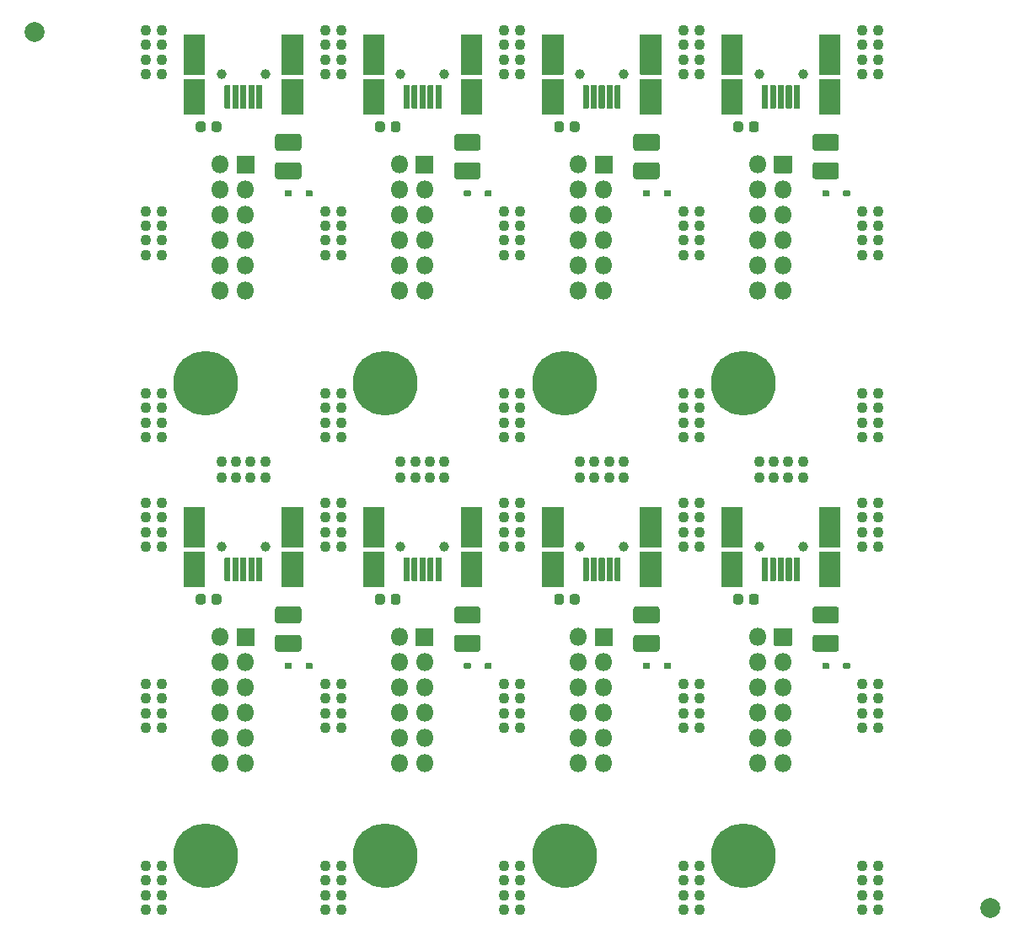
<source format=gts>
G04 #@! TF.GenerationSoftware,KiCad,Pcbnew,(5.99.0-1907-g1c46bf195)*
G04 #@! TF.CreationDate,2020-10-23T20:38:11+00:00*
G04 #@! TF.ProjectId,USB PMOD Panelised,55534220-504d-44f4-9420-50616e656c69,rev?*
G04 #@! TF.SameCoordinates,Original*
G04 #@! TF.FileFunction,Soldermask,Top*
G04 #@! TF.FilePolarity,Negative*
%FSLAX46Y46*%
G04 Gerber Fmt 4.6, Leading zero omitted, Abs format (unit mm)*
G04 Created by KiCad (PCBNEW (5.99.0-1907-g1c46bf195)) date 2020-10-23 20:38:11*
%MOMM*%
%LPD*%
G01*
G04 APERTURE LIST*
%ADD10C,2.000000*%
%ADD11C,1.000000*%
%ADD12C,1.100000*%
%ADD13C,0.900000*%
%ADD14C,6.500000*%
%ADD15O,1.800000X1.800000*%
G04 APERTURE END LIST*
D10*
G04 #@! TO.C,REF\u002A\u002A*
X174300000Y-128550000D03*
G04 #@! TD*
G04 #@! TO.C,REF\u002A\u002A*
X78300000Y-40550000D03*
G04 #@! TD*
G04 #@! TO.C,J1*
G36*
G01*
X149400000Y-44850000D02*
X147350000Y-44850000D01*
G75*
G02*
X147300000Y-44800000I0J50000D01*
G01*
X147300000Y-40800000D01*
G75*
G02*
X147350000Y-40750000I50000J0D01*
G01*
X149400000Y-40750000D01*
G75*
G02*
X149450000Y-40800000I0J-50000D01*
G01*
X149450000Y-44800000D01*
G75*
G02*
X149400000Y-44850000I-50000J0D01*
G01*
G37*
G36*
G01*
X159250000Y-44850000D02*
X157200000Y-44850000D01*
G75*
G02*
X157150000Y-44800000I0J50000D01*
G01*
X157150000Y-40800000D01*
G75*
G02*
X157200000Y-40750000I50000J0D01*
G01*
X159250000Y-40750000D01*
G75*
G02*
X159300000Y-40800000I0J-50000D01*
G01*
X159300000Y-44800000D01*
G75*
G02*
X159250000Y-44850000I-50000J0D01*
G01*
G37*
G36*
G01*
X149400000Y-48850000D02*
X147350000Y-48850000D01*
G75*
G02*
X147300000Y-48800000I0J50000D01*
G01*
X147300000Y-45300000D01*
G75*
G02*
X147350000Y-45250000I50000J0D01*
G01*
X149400000Y-45250000D01*
G75*
G02*
X149450000Y-45300000I0J-50000D01*
G01*
X149450000Y-48800000D01*
G75*
G02*
X149400000Y-48850000I-50000J0D01*
G01*
G37*
G36*
G01*
X159250000Y-48850000D02*
X157200000Y-48850000D01*
G75*
G02*
X157150000Y-48800000I0J50000D01*
G01*
X157150000Y-45300000D01*
G75*
G02*
X157200000Y-45250000I50000J0D01*
G01*
X159250000Y-45250000D01*
G75*
G02*
X159300000Y-45300000I0J-50000D01*
G01*
X159300000Y-48800000D01*
G75*
G02*
X159250000Y-48850000I-50000J0D01*
G01*
G37*
D11*
X155500000Y-44750000D03*
X151100000Y-44750000D03*
G36*
G01*
X151400000Y-48175000D02*
X151400000Y-45925000D01*
G75*
G02*
X151450000Y-45875000I50000J0D01*
G01*
X151950000Y-45875000D01*
G75*
G02*
X152000000Y-45925000I0J-50000D01*
G01*
X152000000Y-48175000D01*
G75*
G02*
X151950000Y-48225000I-50000J0D01*
G01*
X151450000Y-48225000D01*
G75*
G02*
X151400000Y-48175000I0J50000D01*
G01*
G37*
G36*
G01*
X152200000Y-48175000D02*
X152200000Y-45925000D01*
G75*
G02*
X152250000Y-45875000I50000J0D01*
G01*
X152750000Y-45875000D01*
G75*
G02*
X152800000Y-45925000I0J-50000D01*
G01*
X152800000Y-48175000D01*
G75*
G02*
X152750000Y-48225000I-50000J0D01*
G01*
X152250000Y-48225000D01*
G75*
G02*
X152200000Y-48175000I0J50000D01*
G01*
G37*
G36*
G01*
X153000000Y-48175000D02*
X153000000Y-45925000D01*
G75*
G02*
X153050000Y-45875000I50000J0D01*
G01*
X153550000Y-45875000D01*
G75*
G02*
X153600000Y-45925000I0J-50000D01*
G01*
X153600000Y-48175000D01*
G75*
G02*
X153550000Y-48225000I-50000J0D01*
G01*
X153050000Y-48225000D01*
G75*
G02*
X153000000Y-48175000I0J50000D01*
G01*
G37*
G36*
G01*
X153800000Y-48175000D02*
X153800000Y-45925000D01*
G75*
G02*
X153850000Y-45875000I50000J0D01*
G01*
X154350000Y-45875000D01*
G75*
G02*
X154400000Y-45925000I0J-50000D01*
G01*
X154400000Y-48175000D01*
G75*
G02*
X154350000Y-48225000I-50000J0D01*
G01*
X153850000Y-48225000D01*
G75*
G02*
X153800000Y-48175000I0J50000D01*
G01*
G37*
G36*
G01*
X154600000Y-48175000D02*
X154600000Y-45925000D01*
G75*
G02*
X154650000Y-45875000I50000J0D01*
G01*
X155150000Y-45875000D01*
G75*
G02*
X155200000Y-45925000I0J-50000D01*
G01*
X155200000Y-48175000D01*
G75*
G02*
X155150000Y-48225000I-50000J0D01*
G01*
X154650000Y-48225000D01*
G75*
G02*
X154600000Y-48175000I0J50000D01*
G01*
G37*
G04 #@! TD*
D12*
G04 #@! TO.C,REF\u002A\u002A*
X109100000Y-87850000D03*
X109100000Y-89316667D03*
X109100000Y-90783333D03*
X107500000Y-87850000D03*
X107500000Y-89316667D03*
X107500000Y-90783333D03*
X109100000Y-92250000D03*
X107500000Y-92250000D03*
G04 #@! TD*
G04 #@! TO.C,REF\u002A\u002A*
X91100000Y-87850000D03*
X91100000Y-89316667D03*
X91100000Y-90783333D03*
X89500000Y-87850000D03*
X89500000Y-89316667D03*
X89500000Y-90783333D03*
X91100000Y-92250000D03*
X89500000Y-92250000D03*
G04 #@! TD*
G04 #@! TO.C,REF\u002A\u002A*
X163100000Y-106050000D03*
X163100000Y-107516667D03*
X163100000Y-108983333D03*
X161500000Y-106050000D03*
X161500000Y-107516667D03*
X161500000Y-108983333D03*
X163100000Y-110450000D03*
X161500000Y-110450000D03*
G04 #@! TD*
G04 #@! TO.C,REF\u002A\u002A*
X163100000Y-58550000D03*
X163100000Y-60016667D03*
X163100000Y-61483333D03*
X161500000Y-58550000D03*
X161500000Y-60016667D03*
X161500000Y-61483333D03*
X163100000Y-62950000D03*
X161500000Y-62950000D03*
G04 #@! TD*
G04 #@! TO.C,REF\u002A\u002A*
X127100000Y-58550000D03*
X127100000Y-60016667D03*
X127100000Y-61483333D03*
X125500000Y-58550000D03*
X125500000Y-60016667D03*
X125500000Y-61483333D03*
X127100000Y-62950000D03*
X125500000Y-62950000D03*
G04 #@! TD*
G04 #@! TO.C,REF\u002A\u002A*
X163100000Y-124350000D03*
X163100000Y-125816667D03*
X163100000Y-127283333D03*
X161500000Y-124350000D03*
X161500000Y-125816667D03*
X161500000Y-127283333D03*
X163100000Y-128750000D03*
X161500000Y-128750000D03*
G04 #@! TD*
G04 #@! TO.C,REF\u002A\u002A*
X109100000Y-124350000D03*
X109100000Y-125816667D03*
X109100000Y-127283333D03*
X107500000Y-124350000D03*
X107500000Y-125816667D03*
X107500000Y-127283333D03*
X109100000Y-128750000D03*
X107500000Y-128750000D03*
G04 #@! TD*
G04 #@! TO.C,REF\u002A\u002A*
X163100000Y-76850000D03*
X163100000Y-78316667D03*
X163100000Y-79783333D03*
X161500000Y-76850000D03*
X161500000Y-78316667D03*
X161500000Y-79783333D03*
X163100000Y-81250000D03*
X161500000Y-81250000D03*
G04 #@! TD*
G04 #@! TO.C,REF\u002A\u002A*
X145100000Y-124350000D03*
X145100000Y-125816667D03*
X145100000Y-127283333D03*
X143500000Y-124350000D03*
X143500000Y-125816667D03*
X143500000Y-127283333D03*
X145100000Y-128750000D03*
X143500000Y-128750000D03*
G04 #@! TD*
G04 #@! TO.C,REF\u002A\u002A*
X127100000Y-124350000D03*
X127100000Y-125816667D03*
X127100000Y-127283333D03*
X125500000Y-124350000D03*
X125500000Y-125816667D03*
X125500000Y-127283333D03*
X127100000Y-128750000D03*
X125500000Y-128750000D03*
G04 #@! TD*
G04 #@! TO.C,REF\u002A\u002A*
X91100000Y-124350000D03*
X91100000Y-125816667D03*
X91100000Y-127283333D03*
X89500000Y-124350000D03*
X89500000Y-125816667D03*
X89500000Y-127283333D03*
X91100000Y-128750000D03*
X89500000Y-128750000D03*
G04 #@! TD*
G04 #@! TO.C,REF\u002A\u002A*
X145100000Y-76850000D03*
X145100000Y-78316667D03*
X145100000Y-79783333D03*
X143500000Y-76850000D03*
X143500000Y-78316667D03*
X143500000Y-79783333D03*
X145100000Y-81250000D03*
X143500000Y-81250000D03*
G04 #@! TD*
G04 #@! TO.C,REF\u002A\u002A*
X127100000Y-76850000D03*
X127100000Y-78316667D03*
X127100000Y-79783333D03*
X125500000Y-76850000D03*
X125500000Y-78316667D03*
X125500000Y-79783333D03*
X127100000Y-81250000D03*
X125500000Y-81250000D03*
G04 #@! TD*
G04 #@! TO.C,REF\u002A\u002A*
X109100000Y-76850000D03*
X109100000Y-78316667D03*
X109100000Y-79783333D03*
X107500000Y-76850000D03*
X107500000Y-78316667D03*
X107500000Y-79783333D03*
X109100000Y-81250000D03*
X107500000Y-81250000D03*
G04 #@! TD*
G04 #@! TO.C,REF\u002A\u002A*
X145100000Y-106050000D03*
X145100000Y-107516667D03*
X145100000Y-108983333D03*
X143500000Y-106050000D03*
X143500000Y-107516667D03*
X143500000Y-108983333D03*
X145100000Y-110450000D03*
X143500000Y-110450000D03*
G04 #@! TD*
G04 #@! TO.C,REF\u002A\u002A*
X127100000Y-106050000D03*
X127100000Y-107516667D03*
X127100000Y-108983333D03*
X125500000Y-106050000D03*
X125500000Y-107516667D03*
X125500000Y-108983333D03*
X127100000Y-110450000D03*
X125500000Y-110450000D03*
G04 #@! TD*
G04 #@! TO.C,REF\u002A\u002A*
X109100000Y-106050000D03*
X109100000Y-107516667D03*
X109100000Y-108983333D03*
X107500000Y-106050000D03*
X107500000Y-107516667D03*
X107500000Y-108983333D03*
X109100000Y-110450000D03*
X107500000Y-110450000D03*
G04 #@! TD*
G04 #@! TO.C,REF\u002A\u002A*
X91100000Y-106050000D03*
X91100000Y-107516667D03*
X91100000Y-108983333D03*
X89500000Y-106050000D03*
X89500000Y-107516667D03*
X89500000Y-108983333D03*
X91100000Y-110450000D03*
X89500000Y-110450000D03*
G04 #@! TD*
G04 #@! TO.C,REF\u002A\u002A*
X145100000Y-58550000D03*
X145100000Y-60016667D03*
X145100000Y-61483333D03*
X143500000Y-58550000D03*
X143500000Y-60016667D03*
X143500000Y-61483333D03*
X145100000Y-62950000D03*
X143500000Y-62950000D03*
G04 #@! TD*
G04 #@! TO.C,REF\u002A\u002A*
X109100000Y-58550000D03*
X109100000Y-60016667D03*
X109100000Y-61483333D03*
X107500000Y-58550000D03*
X107500000Y-60016667D03*
X107500000Y-61483333D03*
X109100000Y-62950000D03*
X107500000Y-62950000D03*
G04 #@! TD*
G04 #@! TO.C,REF\u002A\u002A*
X151100000Y-83750000D03*
X152566667Y-83750000D03*
X154033333Y-83750000D03*
X151100000Y-85350000D03*
X152566667Y-85350000D03*
X154033333Y-85350000D03*
X155500000Y-83750000D03*
X155500000Y-85350000D03*
G04 #@! TD*
G04 #@! TO.C,REF\u002A\u002A*
X133100000Y-83750000D03*
X134566667Y-83750000D03*
X136033333Y-83750000D03*
X133100000Y-85350000D03*
X134566667Y-85350000D03*
X136033333Y-85350000D03*
X137500000Y-83750000D03*
X137500000Y-85350000D03*
G04 #@! TD*
G04 #@! TO.C,REF\u002A\u002A*
X115100000Y-83750000D03*
X116566667Y-83750000D03*
X118033333Y-83750000D03*
X115100000Y-85350000D03*
X116566667Y-85350000D03*
X118033333Y-85350000D03*
X119500000Y-83750000D03*
X119500000Y-85350000D03*
G04 #@! TD*
G04 #@! TO.C,REF\u002A\u002A*
X163100000Y-87850000D03*
X163100000Y-89316667D03*
X163100000Y-90783333D03*
X161500000Y-87850000D03*
X161500000Y-89316667D03*
X161500000Y-90783333D03*
X163100000Y-92250000D03*
X161500000Y-92250000D03*
G04 #@! TD*
G04 #@! TO.C,REF\u002A\u002A*
X145100000Y-87850000D03*
X145100000Y-89316667D03*
X145100000Y-90783333D03*
X143500000Y-87850000D03*
X143500000Y-89316667D03*
X143500000Y-90783333D03*
X145100000Y-92250000D03*
X143500000Y-92250000D03*
G04 #@! TD*
G04 #@! TO.C,REF\u002A\u002A*
X127100000Y-87850000D03*
X127100000Y-89316667D03*
X127100000Y-90783333D03*
X125500000Y-87850000D03*
X125500000Y-89316667D03*
X125500000Y-90783333D03*
X127100000Y-92250000D03*
X125500000Y-92250000D03*
G04 #@! TD*
G04 #@! TO.C,REF\u002A\u002A*
X163100000Y-40350000D03*
X163100000Y-41816667D03*
X163100000Y-43283333D03*
X161500000Y-40350000D03*
X161500000Y-41816667D03*
X161500000Y-43283333D03*
X163100000Y-44750000D03*
X161500000Y-44750000D03*
G04 #@! TD*
G04 #@! TO.C,REF\u002A\u002A*
X145100000Y-40350000D03*
X145100000Y-41816667D03*
X145100000Y-43283333D03*
X143500000Y-40350000D03*
X143500000Y-41816667D03*
X143500000Y-43283333D03*
X145100000Y-44750000D03*
X143500000Y-44750000D03*
G04 #@! TD*
G04 #@! TO.C,REF\u002A\u002A*
X127100000Y-40350000D03*
X127100000Y-41816667D03*
X127100000Y-43283333D03*
X125500000Y-40350000D03*
X125500000Y-41816667D03*
X125500000Y-43283333D03*
X127100000Y-44750000D03*
X125500000Y-44750000D03*
G04 #@! TD*
G04 #@! TO.C,J1*
G36*
G01*
X149400000Y-92350000D02*
X147350000Y-92350000D01*
G75*
G02*
X147300000Y-92300000I0J50000D01*
G01*
X147300000Y-88300000D01*
G75*
G02*
X147350000Y-88250000I50000J0D01*
G01*
X149400000Y-88250000D01*
G75*
G02*
X149450000Y-88300000I0J-50000D01*
G01*
X149450000Y-92300000D01*
G75*
G02*
X149400000Y-92350000I-50000J0D01*
G01*
G37*
G36*
G01*
X159250000Y-92350000D02*
X157200000Y-92350000D01*
G75*
G02*
X157150000Y-92300000I0J50000D01*
G01*
X157150000Y-88300000D01*
G75*
G02*
X157200000Y-88250000I50000J0D01*
G01*
X159250000Y-88250000D01*
G75*
G02*
X159300000Y-88300000I0J-50000D01*
G01*
X159300000Y-92300000D01*
G75*
G02*
X159250000Y-92350000I-50000J0D01*
G01*
G37*
G36*
G01*
X149400000Y-96350000D02*
X147350000Y-96350000D01*
G75*
G02*
X147300000Y-96300000I0J50000D01*
G01*
X147300000Y-92800000D01*
G75*
G02*
X147350000Y-92750000I50000J0D01*
G01*
X149400000Y-92750000D01*
G75*
G02*
X149450000Y-92800000I0J-50000D01*
G01*
X149450000Y-96300000D01*
G75*
G02*
X149400000Y-96350000I-50000J0D01*
G01*
G37*
G36*
G01*
X159250000Y-96350000D02*
X157200000Y-96350000D01*
G75*
G02*
X157150000Y-96300000I0J50000D01*
G01*
X157150000Y-92800000D01*
G75*
G02*
X157200000Y-92750000I50000J0D01*
G01*
X159250000Y-92750000D01*
G75*
G02*
X159300000Y-92800000I0J-50000D01*
G01*
X159300000Y-96300000D01*
G75*
G02*
X159250000Y-96350000I-50000J0D01*
G01*
G37*
D11*
X155500000Y-92250000D03*
X151100000Y-92250000D03*
G36*
G01*
X151400000Y-95675000D02*
X151400000Y-93425000D01*
G75*
G02*
X151450000Y-93375000I50000J0D01*
G01*
X151950000Y-93375000D01*
G75*
G02*
X152000000Y-93425000I0J-50000D01*
G01*
X152000000Y-95675000D01*
G75*
G02*
X151950000Y-95725000I-50000J0D01*
G01*
X151450000Y-95725000D01*
G75*
G02*
X151400000Y-95675000I0J50000D01*
G01*
G37*
G36*
G01*
X152200000Y-95675000D02*
X152200000Y-93425000D01*
G75*
G02*
X152250000Y-93375000I50000J0D01*
G01*
X152750000Y-93375000D01*
G75*
G02*
X152800000Y-93425000I0J-50000D01*
G01*
X152800000Y-95675000D01*
G75*
G02*
X152750000Y-95725000I-50000J0D01*
G01*
X152250000Y-95725000D01*
G75*
G02*
X152200000Y-95675000I0J50000D01*
G01*
G37*
G36*
G01*
X153000000Y-95675000D02*
X153000000Y-93425000D01*
G75*
G02*
X153050000Y-93375000I50000J0D01*
G01*
X153550000Y-93375000D01*
G75*
G02*
X153600000Y-93425000I0J-50000D01*
G01*
X153600000Y-95675000D01*
G75*
G02*
X153550000Y-95725000I-50000J0D01*
G01*
X153050000Y-95725000D01*
G75*
G02*
X153000000Y-95675000I0J50000D01*
G01*
G37*
G36*
G01*
X153800000Y-95675000D02*
X153800000Y-93425000D01*
G75*
G02*
X153850000Y-93375000I50000J0D01*
G01*
X154350000Y-93375000D01*
G75*
G02*
X154400000Y-93425000I0J-50000D01*
G01*
X154400000Y-95675000D01*
G75*
G02*
X154350000Y-95725000I-50000J0D01*
G01*
X153850000Y-95725000D01*
G75*
G02*
X153800000Y-95675000I0J50000D01*
G01*
G37*
G36*
G01*
X154600000Y-95675000D02*
X154600000Y-93425000D01*
G75*
G02*
X154650000Y-93375000I50000J0D01*
G01*
X155150000Y-93375000D01*
G75*
G02*
X155200000Y-93425000I0J-50000D01*
G01*
X155200000Y-95675000D01*
G75*
G02*
X155150000Y-95725000I-50000J0D01*
G01*
X154650000Y-95725000D01*
G75*
G02*
X154600000Y-95675000I0J50000D01*
G01*
G37*
G04 #@! TD*
G04 #@! TO.C,J1*
G36*
G01*
X131400000Y-92350000D02*
X129350000Y-92350000D01*
G75*
G02*
X129300000Y-92300000I0J50000D01*
G01*
X129300000Y-88300000D01*
G75*
G02*
X129350000Y-88250000I50000J0D01*
G01*
X131400000Y-88250000D01*
G75*
G02*
X131450000Y-88300000I0J-50000D01*
G01*
X131450000Y-92300000D01*
G75*
G02*
X131400000Y-92350000I-50000J0D01*
G01*
G37*
G36*
G01*
X141250000Y-92350000D02*
X139200000Y-92350000D01*
G75*
G02*
X139150000Y-92300000I0J50000D01*
G01*
X139150000Y-88300000D01*
G75*
G02*
X139200000Y-88250000I50000J0D01*
G01*
X141250000Y-88250000D01*
G75*
G02*
X141300000Y-88300000I0J-50000D01*
G01*
X141300000Y-92300000D01*
G75*
G02*
X141250000Y-92350000I-50000J0D01*
G01*
G37*
G36*
G01*
X131400000Y-96350000D02*
X129350000Y-96350000D01*
G75*
G02*
X129300000Y-96300000I0J50000D01*
G01*
X129300000Y-92800000D01*
G75*
G02*
X129350000Y-92750000I50000J0D01*
G01*
X131400000Y-92750000D01*
G75*
G02*
X131450000Y-92800000I0J-50000D01*
G01*
X131450000Y-96300000D01*
G75*
G02*
X131400000Y-96350000I-50000J0D01*
G01*
G37*
G36*
G01*
X141250000Y-96350000D02*
X139200000Y-96350000D01*
G75*
G02*
X139150000Y-96300000I0J50000D01*
G01*
X139150000Y-92800000D01*
G75*
G02*
X139200000Y-92750000I50000J0D01*
G01*
X141250000Y-92750000D01*
G75*
G02*
X141300000Y-92800000I0J-50000D01*
G01*
X141300000Y-96300000D01*
G75*
G02*
X141250000Y-96350000I-50000J0D01*
G01*
G37*
X137500000Y-92250000D03*
X133100000Y-92250000D03*
G36*
G01*
X133400000Y-95675000D02*
X133400000Y-93425000D01*
G75*
G02*
X133450000Y-93375000I50000J0D01*
G01*
X133950000Y-93375000D01*
G75*
G02*
X134000000Y-93425000I0J-50000D01*
G01*
X134000000Y-95675000D01*
G75*
G02*
X133950000Y-95725000I-50000J0D01*
G01*
X133450000Y-95725000D01*
G75*
G02*
X133400000Y-95675000I0J50000D01*
G01*
G37*
G36*
G01*
X134200000Y-95675000D02*
X134200000Y-93425000D01*
G75*
G02*
X134250000Y-93375000I50000J0D01*
G01*
X134750000Y-93375000D01*
G75*
G02*
X134800000Y-93425000I0J-50000D01*
G01*
X134800000Y-95675000D01*
G75*
G02*
X134750000Y-95725000I-50000J0D01*
G01*
X134250000Y-95725000D01*
G75*
G02*
X134200000Y-95675000I0J50000D01*
G01*
G37*
G36*
G01*
X135000000Y-95675000D02*
X135000000Y-93425000D01*
G75*
G02*
X135050000Y-93375000I50000J0D01*
G01*
X135550000Y-93375000D01*
G75*
G02*
X135600000Y-93425000I0J-50000D01*
G01*
X135600000Y-95675000D01*
G75*
G02*
X135550000Y-95725000I-50000J0D01*
G01*
X135050000Y-95725000D01*
G75*
G02*
X135000000Y-95675000I0J50000D01*
G01*
G37*
G36*
G01*
X135800000Y-95675000D02*
X135800000Y-93425000D01*
G75*
G02*
X135850000Y-93375000I50000J0D01*
G01*
X136350000Y-93375000D01*
G75*
G02*
X136400000Y-93425000I0J-50000D01*
G01*
X136400000Y-95675000D01*
G75*
G02*
X136350000Y-95725000I-50000J0D01*
G01*
X135850000Y-95725000D01*
G75*
G02*
X135800000Y-95675000I0J50000D01*
G01*
G37*
G36*
G01*
X136600000Y-95675000D02*
X136600000Y-93425000D01*
G75*
G02*
X136650000Y-93375000I50000J0D01*
G01*
X137150000Y-93375000D01*
G75*
G02*
X137200000Y-93425000I0J-50000D01*
G01*
X137200000Y-95675000D01*
G75*
G02*
X137150000Y-95725000I-50000J0D01*
G01*
X136650000Y-95725000D01*
G75*
G02*
X136600000Y-95675000I0J50000D01*
G01*
G37*
G04 #@! TD*
G04 #@! TO.C,J1*
G36*
G01*
X113400000Y-92350000D02*
X111350000Y-92350000D01*
G75*
G02*
X111300000Y-92300000I0J50000D01*
G01*
X111300000Y-88300000D01*
G75*
G02*
X111350000Y-88250000I50000J0D01*
G01*
X113400000Y-88250000D01*
G75*
G02*
X113450000Y-88300000I0J-50000D01*
G01*
X113450000Y-92300000D01*
G75*
G02*
X113400000Y-92350000I-50000J0D01*
G01*
G37*
G36*
G01*
X123250000Y-92350000D02*
X121200000Y-92350000D01*
G75*
G02*
X121150000Y-92300000I0J50000D01*
G01*
X121150000Y-88300000D01*
G75*
G02*
X121200000Y-88250000I50000J0D01*
G01*
X123250000Y-88250000D01*
G75*
G02*
X123300000Y-88300000I0J-50000D01*
G01*
X123300000Y-92300000D01*
G75*
G02*
X123250000Y-92350000I-50000J0D01*
G01*
G37*
G36*
G01*
X113400000Y-96350000D02*
X111350000Y-96350000D01*
G75*
G02*
X111300000Y-96300000I0J50000D01*
G01*
X111300000Y-92800000D01*
G75*
G02*
X111350000Y-92750000I50000J0D01*
G01*
X113400000Y-92750000D01*
G75*
G02*
X113450000Y-92800000I0J-50000D01*
G01*
X113450000Y-96300000D01*
G75*
G02*
X113400000Y-96350000I-50000J0D01*
G01*
G37*
G36*
G01*
X123250000Y-96350000D02*
X121200000Y-96350000D01*
G75*
G02*
X121150000Y-96300000I0J50000D01*
G01*
X121150000Y-92800000D01*
G75*
G02*
X121200000Y-92750000I50000J0D01*
G01*
X123250000Y-92750000D01*
G75*
G02*
X123300000Y-92800000I0J-50000D01*
G01*
X123300000Y-96300000D01*
G75*
G02*
X123250000Y-96350000I-50000J0D01*
G01*
G37*
X119500000Y-92250000D03*
X115100000Y-92250000D03*
G36*
G01*
X115400000Y-95675000D02*
X115400000Y-93425000D01*
G75*
G02*
X115450000Y-93375000I50000J0D01*
G01*
X115950000Y-93375000D01*
G75*
G02*
X116000000Y-93425000I0J-50000D01*
G01*
X116000000Y-95675000D01*
G75*
G02*
X115950000Y-95725000I-50000J0D01*
G01*
X115450000Y-95725000D01*
G75*
G02*
X115400000Y-95675000I0J50000D01*
G01*
G37*
G36*
G01*
X116200000Y-95675000D02*
X116200000Y-93425000D01*
G75*
G02*
X116250000Y-93375000I50000J0D01*
G01*
X116750000Y-93375000D01*
G75*
G02*
X116800000Y-93425000I0J-50000D01*
G01*
X116800000Y-95675000D01*
G75*
G02*
X116750000Y-95725000I-50000J0D01*
G01*
X116250000Y-95725000D01*
G75*
G02*
X116200000Y-95675000I0J50000D01*
G01*
G37*
G36*
G01*
X117000000Y-95675000D02*
X117000000Y-93425000D01*
G75*
G02*
X117050000Y-93375000I50000J0D01*
G01*
X117550000Y-93375000D01*
G75*
G02*
X117600000Y-93425000I0J-50000D01*
G01*
X117600000Y-95675000D01*
G75*
G02*
X117550000Y-95725000I-50000J0D01*
G01*
X117050000Y-95725000D01*
G75*
G02*
X117000000Y-95675000I0J50000D01*
G01*
G37*
G36*
G01*
X117800000Y-95675000D02*
X117800000Y-93425000D01*
G75*
G02*
X117850000Y-93375000I50000J0D01*
G01*
X118350000Y-93375000D01*
G75*
G02*
X118400000Y-93425000I0J-50000D01*
G01*
X118400000Y-95675000D01*
G75*
G02*
X118350000Y-95725000I-50000J0D01*
G01*
X117850000Y-95725000D01*
G75*
G02*
X117800000Y-95675000I0J50000D01*
G01*
G37*
G36*
G01*
X118600000Y-95675000D02*
X118600000Y-93425000D01*
G75*
G02*
X118650000Y-93375000I50000J0D01*
G01*
X119150000Y-93375000D01*
G75*
G02*
X119200000Y-93425000I0J-50000D01*
G01*
X119200000Y-95675000D01*
G75*
G02*
X119150000Y-95725000I-50000J0D01*
G01*
X118650000Y-95725000D01*
G75*
G02*
X118600000Y-95675000I0J50000D01*
G01*
G37*
G04 #@! TD*
G04 #@! TO.C,J1*
G36*
G01*
X95400000Y-92350000D02*
X93350000Y-92350000D01*
G75*
G02*
X93300000Y-92300000I0J50000D01*
G01*
X93300000Y-88300000D01*
G75*
G02*
X93350000Y-88250000I50000J0D01*
G01*
X95400000Y-88250000D01*
G75*
G02*
X95450000Y-88300000I0J-50000D01*
G01*
X95450000Y-92300000D01*
G75*
G02*
X95400000Y-92350000I-50000J0D01*
G01*
G37*
G36*
G01*
X105250000Y-92350000D02*
X103200000Y-92350000D01*
G75*
G02*
X103150000Y-92300000I0J50000D01*
G01*
X103150000Y-88300000D01*
G75*
G02*
X103200000Y-88250000I50000J0D01*
G01*
X105250000Y-88250000D01*
G75*
G02*
X105300000Y-88300000I0J-50000D01*
G01*
X105300000Y-92300000D01*
G75*
G02*
X105250000Y-92350000I-50000J0D01*
G01*
G37*
G36*
G01*
X95400000Y-96350000D02*
X93350000Y-96350000D01*
G75*
G02*
X93300000Y-96300000I0J50000D01*
G01*
X93300000Y-92800000D01*
G75*
G02*
X93350000Y-92750000I50000J0D01*
G01*
X95400000Y-92750000D01*
G75*
G02*
X95450000Y-92800000I0J-50000D01*
G01*
X95450000Y-96300000D01*
G75*
G02*
X95400000Y-96350000I-50000J0D01*
G01*
G37*
G36*
G01*
X105250000Y-96350000D02*
X103200000Y-96350000D01*
G75*
G02*
X103150000Y-96300000I0J50000D01*
G01*
X103150000Y-92800000D01*
G75*
G02*
X103200000Y-92750000I50000J0D01*
G01*
X105250000Y-92750000D01*
G75*
G02*
X105300000Y-92800000I0J-50000D01*
G01*
X105300000Y-96300000D01*
G75*
G02*
X105250000Y-96350000I-50000J0D01*
G01*
G37*
X101500000Y-92250000D03*
X97100000Y-92250000D03*
G36*
G01*
X97400000Y-95675000D02*
X97400000Y-93425000D01*
G75*
G02*
X97450000Y-93375000I50000J0D01*
G01*
X97950000Y-93375000D01*
G75*
G02*
X98000000Y-93425000I0J-50000D01*
G01*
X98000000Y-95675000D01*
G75*
G02*
X97950000Y-95725000I-50000J0D01*
G01*
X97450000Y-95725000D01*
G75*
G02*
X97400000Y-95675000I0J50000D01*
G01*
G37*
G36*
G01*
X98200000Y-95675000D02*
X98200000Y-93425000D01*
G75*
G02*
X98250000Y-93375000I50000J0D01*
G01*
X98750000Y-93375000D01*
G75*
G02*
X98800000Y-93425000I0J-50000D01*
G01*
X98800000Y-95675000D01*
G75*
G02*
X98750000Y-95725000I-50000J0D01*
G01*
X98250000Y-95725000D01*
G75*
G02*
X98200000Y-95675000I0J50000D01*
G01*
G37*
G36*
G01*
X99000000Y-95675000D02*
X99000000Y-93425000D01*
G75*
G02*
X99050000Y-93375000I50000J0D01*
G01*
X99550000Y-93375000D01*
G75*
G02*
X99600000Y-93425000I0J-50000D01*
G01*
X99600000Y-95675000D01*
G75*
G02*
X99550000Y-95725000I-50000J0D01*
G01*
X99050000Y-95725000D01*
G75*
G02*
X99000000Y-95675000I0J50000D01*
G01*
G37*
G36*
G01*
X99800000Y-95675000D02*
X99800000Y-93425000D01*
G75*
G02*
X99850000Y-93375000I50000J0D01*
G01*
X100350000Y-93375000D01*
G75*
G02*
X100400000Y-93425000I0J-50000D01*
G01*
X100400000Y-95675000D01*
G75*
G02*
X100350000Y-95725000I-50000J0D01*
G01*
X99850000Y-95725000D01*
G75*
G02*
X99800000Y-95675000I0J50000D01*
G01*
G37*
G36*
G01*
X100600000Y-95675000D02*
X100600000Y-93425000D01*
G75*
G02*
X100650000Y-93375000I50000J0D01*
G01*
X101150000Y-93375000D01*
G75*
G02*
X101200000Y-93425000I0J-50000D01*
G01*
X101200000Y-95675000D01*
G75*
G02*
X101150000Y-95725000I-50000J0D01*
G01*
X100650000Y-95725000D01*
G75*
G02*
X100600000Y-95675000I0J50000D01*
G01*
G37*
G04 #@! TD*
G04 #@! TO.C,J1*
G36*
G01*
X131400000Y-44850000D02*
X129350000Y-44850000D01*
G75*
G02*
X129300000Y-44800000I0J50000D01*
G01*
X129300000Y-40800000D01*
G75*
G02*
X129350000Y-40750000I50000J0D01*
G01*
X131400000Y-40750000D01*
G75*
G02*
X131450000Y-40800000I0J-50000D01*
G01*
X131450000Y-44800000D01*
G75*
G02*
X131400000Y-44850000I-50000J0D01*
G01*
G37*
G36*
G01*
X141250000Y-44850000D02*
X139200000Y-44850000D01*
G75*
G02*
X139150000Y-44800000I0J50000D01*
G01*
X139150000Y-40800000D01*
G75*
G02*
X139200000Y-40750000I50000J0D01*
G01*
X141250000Y-40750000D01*
G75*
G02*
X141300000Y-40800000I0J-50000D01*
G01*
X141300000Y-44800000D01*
G75*
G02*
X141250000Y-44850000I-50000J0D01*
G01*
G37*
G36*
G01*
X131400000Y-48850000D02*
X129350000Y-48850000D01*
G75*
G02*
X129300000Y-48800000I0J50000D01*
G01*
X129300000Y-45300000D01*
G75*
G02*
X129350000Y-45250000I50000J0D01*
G01*
X131400000Y-45250000D01*
G75*
G02*
X131450000Y-45300000I0J-50000D01*
G01*
X131450000Y-48800000D01*
G75*
G02*
X131400000Y-48850000I-50000J0D01*
G01*
G37*
G36*
G01*
X141250000Y-48850000D02*
X139200000Y-48850000D01*
G75*
G02*
X139150000Y-48800000I0J50000D01*
G01*
X139150000Y-45300000D01*
G75*
G02*
X139200000Y-45250000I50000J0D01*
G01*
X141250000Y-45250000D01*
G75*
G02*
X141300000Y-45300000I0J-50000D01*
G01*
X141300000Y-48800000D01*
G75*
G02*
X141250000Y-48850000I-50000J0D01*
G01*
G37*
X137500000Y-44750000D03*
X133100000Y-44750000D03*
G36*
G01*
X133400000Y-48175000D02*
X133400000Y-45925000D01*
G75*
G02*
X133450000Y-45875000I50000J0D01*
G01*
X133950000Y-45875000D01*
G75*
G02*
X134000000Y-45925000I0J-50000D01*
G01*
X134000000Y-48175000D01*
G75*
G02*
X133950000Y-48225000I-50000J0D01*
G01*
X133450000Y-48225000D01*
G75*
G02*
X133400000Y-48175000I0J50000D01*
G01*
G37*
G36*
G01*
X134200000Y-48175000D02*
X134200000Y-45925000D01*
G75*
G02*
X134250000Y-45875000I50000J0D01*
G01*
X134750000Y-45875000D01*
G75*
G02*
X134800000Y-45925000I0J-50000D01*
G01*
X134800000Y-48175000D01*
G75*
G02*
X134750000Y-48225000I-50000J0D01*
G01*
X134250000Y-48225000D01*
G75*
G02*
X134200000Y-48175000I0J50000D01*
G01*
G37*
G36*
G01*
X135000000Y-48175000D02*
X135000000Y-45925000D01*
G75*
G02*
X135050000Y-45875000I50000J0D01*
G01*
X135550000Y-45875000D01*
G75*
G02*
X135600000Y-45925000I0J-50000D01*
G01*
X135600000Y-48175000D01*
G75*
G02*
X135550000Y-48225000I-50000J0D01*
G01*
X135050000Y-48225000D01*
G75*
G02*
X135000000Y-48175000I0J50000D01*
G01*
G37*
G36*
G01*
X135800000Y-48175000D02*
X135800000Y-45925000D01*
G75*
G02*
X135850000Y-45875000I50000J0D01*
G01*
X136350000Y-45875000D01*
G75*
G02*
X136400000Y-45925000I0J-50000D01*
G01*
X136400000Y-48175000D01*
G75*
G02*
X136350000Y-48225000I-50000J0D01*
G01*
X135850000Y-48225000D01*
G75*
G02*
X135800000Y-48175000I0J50000D01*
G01*
G37*
G36*
G01*
X136600000Y-48175000D02*
X136600000Y-45925000D01*
G75*
G02*
X136650000Y-45875000I50000J0D01*
G01*
X137150000Y-45875000D01*
G75*
G02*
X137200000Y-45925000I0J-50000D01*
G01*
X137200000Y-48175000D01*
G75*
G02*
X137150000Y-48225000I-50000J0D01*
G01*
X136650000Y-48225000D01*
G75*
G02*
X136600000Y-48175000I0J50000D01*
G01*
G37*
G04 #@! TD*
G04 #@! TO.C,J1*
G36*
G01*
X113400000Y-44850000D02*
X111350000Y-44850000D01*
G75*
G02*
X111300000Y-44800000I0J50000D01*
G01*
X111300000Y-40800000D01*
G75*
G02*
X111350000Y-40750000I50000J0D01*
G01*
X113400000Y-40750000D01*
G75*
G02*
X113450000Y-40800000I0J-50000D01*
G01*
X113450000Y-44800000D01*
G75*
G02*
X113400000Y-44850000I-50000J0D01*
G01*
G37*
G36*
G01*
X123250000Y-44850000D02*
X121200000Y-44850000D01*
G75*
G02*
X121150000Y-44800000I0J50000D01*
G01*
X121150000Y-40800000D01*
G75*
G02*
X121200000Y-40750000I50000J0D01*
G01*
X123250000Y-40750000D01*
G75*
G02*
X123300000Y-40800000I0J-50000D01*
G01*
X123300000Y-44800000D01*
G75*
G02*
X123250000Y-44850000I-50000J0D01*
G01*
G37*
G36*
G01*
X113400000Y-48850000D02*
X111350000Y-48850000D01*
G75*
G02*
X111300000Y-48800000I0J50000D01*
G01*
X111300000Y-45300000D01*
G75*
G02*
X111350000Y-45250000I50000J0D01*
G01*
X113400000Y-45250000D01*
G75*
G02*
X113450000Y-45300000I0J-50000D01*
G01*
X113450000Y-48800000D01*
G75*
G02*
X113400000Y-48850000I-50000J0D01*
G01*
G37*
G36*
G01*
X123250000Y-48850000D02*
X121200000Y-48850000D01*
G75*
G02*
X121150000Y-48800000I0J50000D01*
G01*
X121150000Y-45300000D01*
G75*
G02*
X121200000Y-45250000I50000J0D01*
G01*
X123250000Y-45250000D01*
G75*
G02*
X123300000Y-45300000I0J-50000D01*
G01*
X123300000Y-48800000D01*
G75*
G02*
X123250000Y-48850000I-50000J0D01*
G01*
G37*
X119500000Y-44750000D03*
X115100000Y-44750000D03*
G36*
G01*
X115400000Y-48175000D02*
X115400000Y-45925000D01*
G75*
G02*
X115450000Y-45875000I50000J0D01*
G01*
X115950000Y-45875000D01*
G75*
G02*
X116000000Y-45925000I0J-50000D01*
G01*
X116000000Y-48175000D01*
G75*
G02*
X115950000Y-48225000I-50000J0D01*
G01*
X115450000Y-48225000D01*
G75*
G02*
X115400000Y-48175000I0J50000D01*
G01*
G37*
G36*
G01*
X116200000Y-48175000D02*
X116200000Y-45925000D01*
G75*
G02*
X116250000Y-45875000I50000J0D01*
G01*
X116750000Y-45875000D01*
G75*
G02*
X116800000Y-45925000I0J-50000D01*
G01*
X116800000Y-48175000D01*
G75*
G02*
X116750000Y-48225000I-50000J0D01*
G01*
X116250000Y-48225000D01*
G75*
G02*
X116200000Y-48175000I0J50000D01*
G01*
G37*
G36*
G01*
X117000000Y-48175000D02*
X117000000Y-45925000D01*
G75*
G02*
X117050000Y-45875000I50000J0D01*
G01*
X117550000Y-45875000D01*
G75*
G02*
X117600000Y-45925000I0J-50000D01*
G01*
X117600000Y-48175000D01*
G75*
G02*
X117550000Y-48225000I-50000J0D01*
G01*
X117050000Y-48225000D01*
G75*
G02*
X117000000Y-48175000I0J50000D01*
G01*
G37*
G36*
G01*
X117800000Y-48175000D02*
X117800000Y-45925000D01*
G75*
G02*
X117850000Y-45875000I50000J0D01*
G01*
X118350000Y-45875000D01*
G75*
G02*
X118400000Y-45925000I0J-50000D01*
G01*
X118400000Y-48175000D01*
G75*
G02*
X118350000Y-48225000I-50000J0D01*
G01*
X117850000Y-48225000D01*
G75*
G02*
X117800000Y-48175000I0J50000D01*
G01*
G37*
G36*
G01*
X118600000Y-48175000D02*
X118600000Y-45925000D01*
G75*
G02*
X118650000Y-45875000I50000J0D01*
G01*
X119150000Y-45875000D01*
G75*
G02*
X119200000Y-45925000I0J-50000D01*
G01*
X119200000Y-48175000D01*
G75*
G02*
X119150000Y-48225000I-50000J0D01*
G01*
X118650000Y-48225000D01*
G75*
G02*
X118600000Y-48175000I0J50000D01*
G01*
G37*
G04 #@! TD*
G04 #@! TO.C,F1*
G36*
G01*
X158859375Y-99975000D02*
X156740625Y-99975000D01*
G75*
G02*
X156475000Y-99709375I0J265625D01*
G01*
X156475000Y-98540625D01*
G75*
G02*
X156740625Y-98275000I265625J0D01*
G01*
X158859375Y-98275000D01*
G75*
G02*
X159125000Y-98540625I0J-265625D01*
G01*
X159125000Y-99709375D01*
G75*
G02*
X158859375Y-99975000I-265625J0D01*
G01*
G37*
G36*
G01*
X158859375Y-102825000D02*
X156740625Y-102825000D01*
G75*
G02*
X156475000Y-102559375I0J265625D01*
G01*
X156475000Y-101390625D01*
G75*
G02*
X156740625Y-101125000I265625J0D01*
G01*
X158859375Y-101125000D01*
G75*
G02*
X159125000Y-101390625I0J-265625D01*
G01*
X159125000Y-102559375D01*
G75*
G02*
X158859375Y-102825000I-265625J0D01*
G01*
G37*
G04 #@! TD*
G04 #@! TO.C,F1*
G36*
G01*
X140859375Y-99975000D02*
X138740625Y-99975000D01*
G75*
G02*
X138475000Y-99709375I0J265625D01*
G01*
X138475000Y-98540625D01*
G75*
G02*
X138740625Y-98275000I265625J0D01*
G01*
X140859375Y-98275000D01*
G75*
G02*
X141125000Y-98540625I0J-265625D01*
G01*
X141125000Y-99709375D01*
G75*
G02*
X140859375Y-99975000I-265625J0D01*
G01*
G37*
G36*
G01*
X140859375Y-102825000D02*
X138740625Y-102825000D01*
G75*
G02*
X138475000Y-102559375I0J265625D01*
G01*
X138475000Y-101390625D01*
G75*
G02*
X138740625Y-101125000I265625J0D01*
G01*
X140859375Y-101125000D01*
G75*
G02*
X141125000Y-101390625I0J-265625D01*
G01*
X141125000Y-102559375D01*
G75*
G02*
X140859375Y-102825000I-265625J0D01*
G01*
G37*
G04 #@! TD*
G04 #@! TO.C,F1*
G36*
G01*
X122859375Y-99975000D02*
X120740625Y-99975000D01*
G75*
G02*
X120475000Y-99709375I0J265625D01*
G01*
X120475000Y-98540625D01*
G75*
G02*
X120740625Y-98275000I265625J0D01*
G01*
X122859375Y-98275000D01*
G75*
G02*
X123125000Y-98540625I0J-265625D01*
G01*
X123125000Y-99709375D01*
G75*
G02*
X122859375Y-99975000I-265625J0D01*
G01*
G37*
G36*
G01*
X122859375Y-102825000D02*
X120740625Y-102825000D01*
G75*
G02*
X120475000Y-102559375I0J265625D01*
G01*
X120475000Y-101390625D01*
G75*
G02*
X120740625Y-101125000I265625J0D01*
G01*
X122859375Y-101125000D01*
G75*
G02*
X123125000Y-101390625I0J-265625D01*
G01*
X123125000Y-102559375D01*
G75*
G02*
X122859375Y-102825000I-265625J0D01*
G01*
G37*
G04 #@! TD*
G04 #@! TO.C,F1*
G36*
G01*
X104859375Y-99975000D02*
X102740625Y-99975000D01*
G75*
G02*
X102475000Y-99709375I0J265625D01*
G01*
X102475000Y-98540625D01*
G75*
G02*
X102740625Y-98275000I265625J0D01*
G01*
X104859375Y-98275000D01*
G75*
G02*
X105125000Y-98540625I0J-265625D01*
G01*
X105125000Y-99709375D01*
G75*
G02*
X104859375Y-99975000I-265625J0D01*
G01*
G37*
G36*
G01*
X104859375Y-102825000D02*
X102740625Y-102825000D01*
G75*
G02*
X102475000Y-102559375I0J265625D01*
G01*
X102475000Y-101390625D01*
G75*
G02*
X102740625Y-101125000I265625J0D01*
G01*
X104859375Y-101125000D01*
G75*
G02*
X105125000Y-101390625I0J-265625D01*
G01*
X105125000Y-102559375D01*
G75*
G02*
X104859375Y-102825000I-265625J0D01*
G01*
G37*
G04 #@! TD*
G04 #@! TO.C,F1*
G36*
G01*
X158859375Y-52475000D02*
X156740625Y-52475000D01*
G75*
G02*
X156475000Y-52209375I0J265625D01*
G01*
X156475000Y-51040625D01*
G75*
G02*
X156740625Y-50775000I265625J0D01*
G01*
X158859375Y-50775000D01*
G75*
G02*
X159125000Y-51040625I0J-265625D01*
G01*
X159125000Y-52209375D01*
G75*
G02*
X158859375Y-52475000I-265625J0D01*
G01*
G37*
G36*
G01*
X158859375Y-55325000D02*
X156740625Y-55325000D01*
G75*
G02*
X156475000Y-55059375I0J265625D01*
G01*
X156475000Y-53890625D01*
G75*
G02*
X156740625Y-53625000I265625J0D01*
G01*
X158859375Y-53625000D01*
G75*
G02*
X159125000Y-53890625I0J-265625D01*
G01*
X159125000Y-55059375D01*
G75*
G02*
X158859375Y-55325000I-265625J0D01*
G01*
G37*
G04 #@! TD*
G04 #@! TO.C,F1*
G36*
G01*
X140859375Y-52475000D02*
X138740625Y-52475000D01*
G75*
G02*
X138475000Y-52209375I0J265625D01*
G01*
X138475000Y-51040625D01*
G75*
G02*
X138740625Y-50775000I265625J0D01*
G01*
X140859375Y-50775000D01*
G75*
G02*
X141125000Y-51040625I0J-265625D01*
G01*
X141125000Y-52209375D01*
G75*
G02*
X140859375Y-52475000I-265625J0D01*
G01*
G37*
G36*
G01*
X140859375Y-55325000D02*
X138740625Y-55325000D01*
G75*
G02*
X138475000Y-55059375I0J265625D01*
G01*
X138475000Y-53890625D01*
G75*
G02*
X138740625Y-53625000I265625J0D01*
G01*
X140859375Y-53625000D01*
G75*
G02*
X141125000Y-53890625I0J-265625D01*
G01*
X141125000Y-55059375D01*
G75*
G02*
X140859375Y-55325000I-265625J0D01*
G01*
G37*
G04 #@! TD*
G04 #@! TO.C,F1*
G36*
G01*
X122859375Y-52475000D02*
X120740625Y-52475000D01*
G75*
G02*
X120475000Y-52209375I0J265625D01*
G01*
X120475000Y-51040625D01*
G75*
G02*
X120740625Y-50775000I265625J0D01*
G01*
X122859375Y-50775000D01*
G75*
G02*
X123125000Y-51040625I0J-265625D01*
G01*
X123125000Y-52209375D01*
G75*
G02*
X122859375Y-52475000I-265625J0D01*
G01*
G37*
G36*
G01*
X122859375Y-55325000D02*
X120740625Y-55325000D01*
G75*
G02*
X120475000Y-55059375I0J265625D01*
G01*
X120475000Y-53890625D01*
G75*
G02*
X120740625Y-53625000I265625J0D01*
G01*
X122859375Y-53625000D01*
G75*
G02*
X123125000Y-53890625I0J-265625D01*
G01*
X123125000Y-55059375D01*
G75*
G02*
X122859375Y-55325000I-265625J0D01*
G01*
G37*
G04 #@! TD*
D13*
G04 #@! TO.C,H1*
X151247056Y-121602944D03*
X149550000Y-120900000D03*
X147852944Y-121602944D03*
X147150000Y-123300000D03*
X147852944Y-124997056D03*
X149550000Y-125700000D03*
X151247056Y-124997056D03*
X151950000Y-123300000D03*
D14*
X149550000Y-123300000D03*
G04 #@! TD*
D13*
G04 #@! TO.C,H1*
X133247056Y-121602944D03*
X131550000Y-120900000D03*
X129852944Y-121602944D03*
X129150000Y-123300000D03*
X129852944Y-124997056D03*
X131550000Y-125700000D03*
X133247056Y-124997056D03*
X133950000Y-123300000D03*
D14*
X131550000Y-123300000D03*
G04 #@! TD*
D13*
G04 #@! TO.C,H1*
X115247056Y-121602944D03*
X113550000Y-120900000D03*
X111852944Y-121602944D03*
X111150000Y-123300000D03*
X111852944Y-124997056D03*
X113550000Y-125700000D03*
X115247056Y-124997056D03*
X115950000Y-123300000D03*
D14*
X113550000Y-123300000D03*
G04 #@! TD*
D13*
G04 #@! TO.C,H1*
X97247056Y-121602944D03*
X95550000Y-120900000D03*
X93852944Y-121602944D03*
X93150000Y-123300000D03*
X93852944Y-124997056D03*
X95550000Y-125700000D03*
X97247056Y-124997056D03*
X97950000Y-123300000D03*
D14*
X95550000Y-123300000D03*
G04 #@! TD*
D13*
G04 #@! TO.C,H1*
X151247056Y-74102944D03*
X149550000Y-73400000D03*
X147852944Y-74102944D03*
X147150000Y-75800000D03*
X147852944Y-77497056D03*
X149550000Y-78200000D03*
X151247056Y-77497056D03*
X151950000Y-75800000D03*
D14*
X149550000Y-75800000D03*
G04 #@! TD*
D13*
G04 #@! TO.C,H1*
X133247056Y-74102944D03*
X131550000Y-73400000D03*
X129852944Y-74102944D03*
X129150000Y-75800000D03*
X129852944Y-77497056D03*
X131550000Y-78200000D03*
X133247056Y-77497056D03*
X133950000Y-75800000D03*
D14*
X131550000Y-75800000D03*
G04 #@! TD*
D13*
G04 #@! TO.C,H1*
X115247056Y-74102944D03*
X113550000Y-73400000D03*
X111852944Y-74102944D03*
X111150000Y-75800000D03*
X111852944Y-77497056D03*
X113550000Y-78200000D03*
X115247056Y-77497056D03*
X115950000Y-75800000D03*
D14*
X113550000Y-75800000D03*
G04 #@! TD*
D15*
G04 #@! TO.C,J2*
X150960000Y-114040000D03*
X153500000Y-114040000D03*
X150960000Y-111500000D03*
X153500000Y-111500000D03*
X150960000Y-108960000D03*
X153500000Y-108960000D03*
X150960000Y-106420000D03*
X153500000Y-106420000D03*
X150960000Y-103880000D03*
X153500000Y-103880000D03*
X150960000Y-101340000D03*
G36*
G01*
X152600000Y-102190000D02*
X152600000Y-100490000D01*
G75*
G02*
X152650000Y-100440000I50000J0D01*
G01*
X154350000Y-100440000D01*
G75*
G02*
X154400000Y-100490000I0J-50000D01*
G01*
X154400000Y-102190000D01*
G75*
G02*
X154350000Y-102240000I-50000J0D01*
G01*
X152650000Y-102240000D01*
G75*
G02*
X152600000Y-102190000I0J50000D01*
G01*
G37*
G04 #@! TD*
G04 #@! TO.C,J2*
X132960000Y-114040000D03*
X135500000Y-114040000D03*
X132960000Y-111500000D03*
X135500000Y-111500000D03*
X132960000Y-108960000D03*
X135500000Y-108960000D03*
X132960000Y-106420000D03*
X135500000Y-106420000D03*
X132960000Y-103880000D03*
X135500000Y-103880000D03*
X132960000Y-101340000D03*
G36*
G01*
X134600000Y-102190000D02*
X134600000Y-100490000D01*
G75*
G02*
X134650000Y-100440000I50000J0D01*
G01*
X136350000Y-100440000D01*
G75*
G02*
X136400000Y-100490000I0J-50000D01*
G01*
X136400000Y-102190000D01*
G75*
G02*
X136350000Y-102240000I-50000J0D01*
G01*
X134650000Y-102240000D01*
G75*
G02*
X134600000Y-102190000I0J50000D01*
G01*
G37*
G04 #@! TD*
G04 #@! TO.C,J2*
X114960000Y-114040000D03*
X117500000Y-114040000D03*
X114960000Y-111500000D03*
X117500000Y-111500000D03*
X114960000Y-108960000D03*
X117500000Y-108960000D03*
X114960000Y-106420000D03*
X117500000Y-106420000D03*
X114960000Y-103880000D03*
X117500000Y-103880000D03*
X114960000Y-101340000D03*
G36*
G01*
X116600000Y-102190000D02*
X116600000Y-100490000D01*
G75*
G02*
X116650000Y-100440000I50000J0D01*
G01*
X118350000Y-100440000D01*
G75*
G02*
X118400000Y-100490000I0J-50000D01*
G01*
X118400000Y-102190000D01*
G75*
G02*
X118350000Y-102240000I-50000J0D01*
G01*
X116650000Y-102240000D01*
G75*
G02*
X116600000Y-102190000I0J50000D01*
G01*
G37*
G04 #@! TD*
G04 #@! TO.C,J2*
X96960000Y-114040000D03*
X99500000Y-114040000D03*
X96960000Y-111500000D03*
X99500000Y-111500000D03*
X96960000Y-108960000D03*
X99500000Y-108960000D03*
X96960000Y-106420000D03*
X99500000Y-106420000D03*
X96960000Y-103880000D03*
X99500000Y-103880000D03*
X96960000Y-101340000D03*
G36*
G01*
X98600000Y-102190000D02*
X98600000Y-100490000D01*
G75*
G02*
X98650000Y-100440000I50000J0D01*
G01*
X100350000Y-100440000D01*
G75*
G02*
X100400000Y-100490000I0J-50000D01*
G01*
X100400000Y-102190000D01*
G75*
G02*
X100350000Y-102240000I-50000J0D01*
G01*
X98650000Y-102240000D01*
G75*
G02*
X98600000Y-102190000I0J50000D01*
G01*
G37*
G04 #@! TD*
G04 #@! TO.C,J2*
X150960000Y-66540000D03*
X153500000Y-66540000D03*
X150960000Y-64000000D03*
X153500000Y-64000000D03*
X150960000Y-61460000D03*
X153500000Y-61460000D03*
X150960000Y-58920000D03*
X153500000Y-58920000D03*
X150960000Y-56380000D03*
X153500000Y-56380000D03*
X150960000Y-53840000D03*
G36*
G01*
X152600000Y-54690000D02*
X152600000Y-52990000D01*
G75*
G02*
X152650000Y-52940000I50000J0D01*
G01*
X154350000Y-52940000D01*
G75*
G02*
X154400000Y-52990000I0J-50000D01*
G01*
X154400000Y-54690000D01*
G75*
G02*
X154350000Y-54740000I-50000J0D01*
G01*
X152650000Y-54740000D01*
G75*
G02*
X152600000Y-54690000I0J50000D01*
G01*
G37*
G04 #@! TD*
G04 #@! TO.C,J2*
X132960000Y-66540000D03*
X135500000Y-66540000D03*
X132960000Y-64000000D03*
X135500000Y-64000000D03*
X132960000Y-61460000D03*
X135500000Y-61460000D03*
X132960000Y-58920000D03*
X135500000Y-58920000D03*
X132960000Y-56380000D03*
X135500000Y-56380000D03*
X132960000Y-53840000D03*
G36*
G01*
X134600000Y-54690000D02*
X134600000Y-52990000D01*
G75*
G02*
X134650000Y-52940000I50000J0D01*
G01*
X136350000Y-52940000D01*
G75*
G02*
X136400000Y-52990000I0J-50000D01*
G01*
X136400000Y-54690000D01*
G75*
G02*
X136350000Y-54740000I-50000J0D01*
G01*
X134650000Y-54740000D01*
G75*
G02*
X134600000Y-54690000I0J50000D01*
G01*
G37*
G04 #@! TD*
G04 #@! TO.C,J2*
X114960000Y-66540000D03*
X117500000Y-66540000D03*
X114960000Y-64000000D03*
X117500000Y-64000000D03*
X114960000Y-61460000D03*
X117500000Y-61460000D03*
X114960000Y-58920000D03*
X117500000Y-58920000D03*
X114960000Y-56380000D03*
X117500000Y-56380000D03*
X114960000Y-53840000D03*
G36*
G01*
X116600000Y-54690000D02*
X116600000Y-52990000D01*
G75*
G02*
X116650000Y-52940000I50000J0D01*
G01*
X118350000Y-52940000D01*
G75*
G02*
X118400000Y-52990000I0J-50000D01*
G01*
X118400000Y-54690000D01*
G75*
G02*
X118350000Y-54740000I-50000J0D01*
G01*
X116650000Y-54740000D01*
G75*
G02*
X116600000Y-54690000I0J50000D01*
G01*
G37*
G04 #@! TD*
G04 #@! TO.C,D1*
G36*
G01*
X158150000Y-104025000D02*
X158150000Y-104475000D01*
G75*
G02*
X158100000Y-104525000I-50000J0D01*
G01*
X157500000Y-104525000D01*
G75*
G02*
X157450000Y-104475000I0J50000D01*
G01*
X157450000Y-104025000D01*
G75*
G02*
X157500000Y-103975000I50000J0D01*
G01*
X158100000Y-103975000D01*
G75*
G02*
X158150000Y-104025000I0J-50000D01*
G01*
G37*
G36*
G01*
X160250000Y-104025000D02*
X160250000Y-104475000D01*
G75*
G02*
X160200000Y-104525000I-50000J0D01*
G01*
X159600000Y-104525000D01*
G75*
G02*
X159550000Y-104475000I0J50000D01*
G01*
X159550000Y-104025000D01*
G75*
G02*
X159600000Y-103975000I50000J0D01*
G01*
X160200000Y-103975000D01*
G75*
G02*
X160250000Y-104025000I0J-50000D01*
G01*
G37*
G04 #@! TD*
G04 #@! TO.C,D1*
G36*
G01*
X140150000Y-104025000D02*
X140150000Y-104475000D01*
G75*
G02*
X140100000Y-104525000I-50000J0D01*
G01*
X139500000Y-104525000D01*
G75*
G02*
X139450000Y-104475000I0J50000D01*
G01*
X139450000Y-104025000D01*
G75*
G02*
X139500000Y-103975000I50000J0D01*
G01*
X140100000Y-103975000D01*
G75*
G02*
X140150000Y-104025000I0J-50000D01*
G01*
G37*
G36*
G01*
X142250000Y-104025000D02*
X142250000Y-104475000D01*
G75*
G02*
X142200000Y-104525000I-50000J0D01*
G01*
X141600000Y-104525000D01*
G75*
G02*
X141550000Y-104475000I0J50000D01*
G01*
X141550000Y-104025000D01*
G75*
G02*
X141600000Y-103975000I50000J0D01*
G01*
X142200000Y-103975000D01*
G75*
G02*
X142250000Y-104025000I0J-50000D01*
G01*
G37*
G04 #@! TD*
G04 #@! TO.C,D1*
G36*
G01*
X122150000Y-104025000D02*
X122150000Y-104475000D01*
G75*
G02*
X122100000Y-104525000I-50000J0D01*
G01*
X121500000Y-104525000D01*
G75*
G02*
X121450000Y-104475000I0J50000D01*
G01*
X121450000Y-104025000D01*
G75*
G02*
X121500000Y-103975000I50000J0D01*
G01*
X122100000Y-103975000D01*
G75*
G02*
X122150000Y-104025000I0J-50000D01*
G01*
G37*
G36*
G01*
X124250000Y-104025000D02*
X124250000Y-104475000D01*
G75*
G02*
X124200000Y-104525000I-50000J0D01*
G01*
X123600000Y-104525000D01*
G75*
G02*
X123550000Y-104475000I0J50000D01*
G01*
X123550000Y-104025000D01*
G75*
G02*
X123600000Y-103975000I50000J0D01*
G01*
X124200000Y-103975000D01*
G75*
G02*
X124250000Y-104025000I0J-50000D01*
G01*
G37*
G04 #@! TD*
G04 #@! TO.C,D1*
G36*
G01*
X104150000Y-104025000D02*
X104150000Y-104475000D01*
G75*
G02*
X104100000Y-104525000I-50000J0D01*
G01*
X103500000Y-104525000D01*
G75*
G02*
X103450000Y-104475000I0J50000D01*
G01*
X103450000Y-104025000D01*
G75*
G02*
X103500000Y-103975000I50000J0D01*
G01*
X104100000Y-103975000D01*
G75*
G02*
X104150000Y-104025000I0J-50000D01*
G01*
G37*
G36*
G01*
X106250000Y-104025000D02*
X106250000Y-104475000D01*
G75*
G02*
X106200000Y-104525000I-50000J0D01*
G01*
X105600000Y-104525000D01*
G75*
G02*
X105550000Y-104475000I0J50000D01*
G01*
X105550000Y-104025000D01*
G75*
G02*
X105600000Y-103975000I50000J0D01*
G01*
X106200000Y-103975000D01*
G75*
G02*
X106250000Y-104025000I0J-50000D01*
G01*
G37*
G04 #@! TD*
G04 #@! TO.C,D1*
G36*
G01*
X158150000Y-56525000D02*
X158150000Y-56975000D01*
G75*
G02*
X158100000Y-57025000I-50000J0D01*
G01*
X157500000Y-57025000D01*
G75*
G02*
X157450000Y-56975000I0J50000D01*
G01*
X157450000Y-56525000D01*
G75*
G02*
X157500000Y-56475000I50000J0D01*
G01*
X158100000Y-56475000D01*
G75*
G02*
X158150000Y-56525000I0J-50000D01*
G01*
G37*
G36*
G01*
X160250000Y-56525000D02*
X160250000Y-56975000D01*
G75*
G02*
X160200000Y-57025000I-50000J0D01*
G01*
X159600000Y-57025000D01*
G75*
G02*
X159550000Y-56975000I0J50000D01*
G01*
X159550000Y-56525000D01*
G75*
G02*
X159600000Y-56475000I50000J0D01*
G01*
X160200000Y-56475000D01*
G75*
G02*
X160250000Y-56525000I0J-50000D01*
G01*
G37*
G04 #@! TD*
G04 #@! TO.C,D1*
G36*
G01*
X140150000Y-56525000D02*
X140150000Y-56975000D01*
G75*
G02*
X140100000Y-57025000I-50000J0D01*
G01*
X139500000Y-57025000D01*
G75*
G02*
X139450000Y-56975000I0J50000D01*
G01*
X139450000Y-56525000D01*
G75*
G02*
X139500000Y-56475000I50000J0D01*
G01*
X140100000Y-56475000D01*
G75*
G02*
X140150000Y-56525000I0J-50000D01*
G01*
G37*
G36*
G01*
X142250000Y-56525000D02*
X142250000Y-56975000D01*
G75*
G02*
X142200000Y-57025000I-50000J0D01*
G01*
X141600000Y-57025000D01*
G75*
G02*
X141550000Y-56975000I0J50000D01*
G01*
X141550000Y-56525000D01*
G75*
G02*
X141600000Y-56475000I50000J0D01*
G01*
X142200000Y-56475000D01*
G75*
G02*
X142250000Y-56525000I0J-50000D01*
G01*
G37*
G04 #@! TD*
G04 #@! TO.C,D1*
G36*
G01*
X122150000Y-56525000D02*
X122150000Y-56975000D01*
G75*
G02*
X122100000Y-57025000I-50000J0D01*
G01*
X121500000Y-57025000D01*
G75*
G02*
X121450000Y-56975000I0J50000D01*
G01*
X121450000Y-56525000D01*
G75*
G02*
X121500000Y-56475000I50000J0D01*
G01*
X122100000Y-56475000D01*
G75*
G02*
X122150000Y-56525000I0J-50000D01*
G01*
G37*
G36*
G01*
X124250000Y-56525000D02*
X124250000Y-56975000D01*
G75*
G02*
X124200000Y-57025000I-50000J0D01*
G01*
X123600000Y-57025000D01*
G75*
G02*
X123550000Y-56975000I0J50000D01*
G01*
X123550000Y-56525000D01*
G75*
G02*
X123600000Y-56475000I50000J0D01*
G01*
X124200000Y-56475000D01*
G75*
G02*
X124250000Y-56525000I0J-50000D01*
G01*
G37*
G04 #@! TD*
G04 #@! TO.C,R1*
G36*
G01*
X150100000Y-97831250D02*
X150100000Y-97268750D01*
G75*
G02*
X150343750Y-97025000I243750J0D01*
G01*
X150831250Y-97025000D01*
G75*
G02*
X151075000Y-97268750I0J-243750D01*
G01*
X151075000Y-97831250D01*
G75*
G02*
X150831250Y-98075000I-243750J0D01*
G01*
X150343750Y-98075000D01*
G75*
G02*
X150100000Y-97831250I0J243750D01*
G01*
G37*
G36*
G01*
X148525000Y-97831250D02*
X148525000Y-97268750D01*
G75*
G02*
X148768750Y-97025000I243750J0D01*
G01*
X149256250Y-97025000D01*
G75*
G02*
X149500000Y-97268750I0J-243750D01*
G01*
X149500000Y-97831250D01*
G75*
G02*
X149256250Y-98075000I-243750J0D01*
G01*
X148768750Y-98075000D01*
G75*
G02*
X148525000Y-97831250I0J243750D01*
G01*
G37*
G04 #@! TD*
G04 #@! TO.C,R1*
G36*
G01*
X132100000Y-97831250D02*
X132100000Y-97268750D01*
G75*
G02*
X132343750Y-97025000I243750J0D01*
G01*
X132831250Y-97025000D01*
G75*
G02*
X133075000Y-97268750I0J-243750D01*
G01*
X133075000Y-97831250D01*
G75*
G02*
X132831250Y-98075000I-243750J0D01*
G01*
X132343750Y-98075000D01*
G75*
G02*
X132100000Y-97831250I0J243750D01*
G01*
G37*
G36*
G01*
X130525000Y-97831250D02*
X130525000Y-97268750D01*
G75*
G02*
X130768750Y-97025000I243750J0D01*
G01*
X131256250Y-97025000D01*
G75*
G02*
X131500000Y-97268750I0J-243750D01*
G01*
X131500000Y-97831250D01*
G75*
G02*
X131256250Y-98075000I-243750J0D01*
G01*
X130768750Y-98075000D01*
G75*
G02*
X130525000Y-97831250I0J243750D01*
G01*
G37*
G04 #@! TD*
G04 #@! TO.C,R1*
G36*
G01*
X114100000Y-97831250D02*
X114100000Y-97268750D01*
G75*
G02*
X114343750Y-97025000I243750J0D01*
G01*
X114831250Y-97025000D01*
G75*
G02*
X115075000Y-97268750I0J-243750D01*
G01*
X115075000Y-97831250D01*
G75*
G02*
X114831250Y-98075000I-243750J0D01*
G01*
X114343750Y-98075000D01*
G75*
G02*
X114100000Y-97831250I0J243750D01*
G01*
G37*
G36*
G01*
X112525000Y-97831250D02*
X112525000Y-97268750D01*
G75*
G02*
X112768750Y-97025000I243750J0D01*
G01*
X113256250Y-97025000D01*
G75*
G02*
X113500000Y-97268750I0J-243750D01*
G01*
X113500000Y-97831250D01*
G75*
G02*
X113256250Y-98075000I-243750J0D01*
G01*
X112768750Y-98075000D01*
G75*
G02*
X112525000Y-97831250I0J243750D01*
G01*
G37*
G04 #@! TD*
G04 #@! TO.C,R1*
G36*
G01*
X96100000Y-97831250D02*
X96100000Y-97268750D01*
G75*
G02*
X96343750Y-97025000I243750J0D01*
G01*
X96831250Y-97025000D01*
G75*
G02*
X97075000Y-97268750I0J-243750D01*
G01*
X97075000Y-97831250D01*
G75*
G02*
X96831250Y-98075000I-243750J0D01*
G01*
X96343750Y-98075000D01*
G75*
G02*
X96100000Y-97831250I0J243750D01*
G01*
G37*
G36*
G01*
X94525000Y-97831250D02*
X94525000Y-97268750D01*
G75*
G02*
X94768750Y-97025000I243750J0D01*
G01*
X95256250Y-97025000D01*
G75*
G02*
X95500000Y-97268750I0J-243750D01*
G01*
X95500000Y-97831250D01*
G75*
G02*
X95256250Y-98075000I-243750J0D01*
G01*
X94768750Y-98075000D01*
G75*
G02*
X94525000Y-97831250I0J243750D01*
G01*
G37*
G04 #@! TD*
G04 #@! TO.C,R1*
G36*
G01*
X150100000Y-50331250D02*
X150100000Y-49768750D01*
G75*
G02*
X150343750Y-49525000I243750J0D01*
G01*
X150831250Y-49525000D01*
G75*
G02*
X151075000Y-49768750I0J-243750D01*
G01*
X151075000Y-50331250D01*
G75*
G02*
X150831250Y-50575000I-243750J0D01*
G01*
X150343750Y-50575000D01*
G75*
G02*
X150100000Y-50331250I0J243750D01*
G01*
G37*
G36*
G01*
X148525000Y-50331250D02*
X148525000Y-49768750D01*
G75*
G02*
X148768750Y-49525000I243750J0D01*
G01*
X149256250Y-49525000D01*
G75*
G02*
X149500000Y-49768750I0J-243750D01*
G01*
X149500000Y-50331250D01*
G75*
G02*
X149256250Y-50575000I-243750J0D01*
G01*
X148768750Y-50575000D01*
G75*
G02*
X148525000Y-50331250I0J243750D01*
G01*
G37*
G04 #@! TD*
G04 #@! TO.C,R1*
G36*
G01*
X132100000Y-50331250D02*
X132100000Y-49768750D01*
G75*
G02*
X132343750Y-49525000I243750J0D01*
G01*
X132831250Y-49525000D01*
G75*
G02*
X133075000Y-49768750I0J-243750D01*
G01*
X133075000Y-50331250D01*
G75*
G02*
X132831250Y-50575000I-243750J0D01*
G01*
X132343750Y-50575000D01*
G75*
G02*
X132100000Y-50331250I0J243750D01*
G01*
G37*
G36*
G01*
X130525000Y-50331250D02*
X130525000Y-49768750D01*
G75*
G02*
X130768750Y-49525000I243750J0D01*
G01*
X131256250Y-49525000D01*
G75*
G02*
X131500000Y-49768750I0J-243750D01*
G01*
X131500000Y-50331250D01*
G75*
G02*
X131256250Y-50575000I-243750J0D01*
G01*
X130768750Y-50575000D01*
G75*
G02*
X130525000Y-50331250I0J243750D01*
G01*
G37*
G04 #@! TD*
G04 #@! TO.C,R1*
G36*
G01*
X114100000Y-50331250D02*
X114100000Y-49768750D01*
G75*
G02*
X114343750Y-49525000I243750J0D01*
G01*
X114831250Y-49525000D01*
G75*
G02*
X115075000Y-49768750I0J-243750D01*
G01*
X115075000Y-50331250D01*
G75*
G02*
X114831250Y-50575000I-243750J0D01*
G01*
X114343750Y-50575000D01*
G75*
G02*
X114100000Y-50331250I0J243750D01*
G01*
G37*
G36*
G01*
X112525000Y-50331250D02*
X112525000Y-49768750D01*
G75*
G02*
X112768750Y-49525000I243750J0D01*
G01*
X113256250Y-49525000D01*
G75*
G02*
X113500000Y-49768750I0J-243750D01*
G01*
X113500000Y-50331250D01*
G75*
G02*
X113256250Y-50575000I-243750J0D01*
G01*
X112768750Y-50575000D01*
G75*
G02*
X112525000Y-50331250I0J243750D01*
G01*
G37*
G04 #@! TD*
D12*
G04 #@! TO.C,REF\u002A\u002A*
X91100000Y-58550000D03*
X91100000Y-60016667D03*
X91100000Y-61483333D03*
X89500000Y-58550000D03*
X89500000Y-60016667D03*
X89500000Y-61483333D03*
X91100000Y-62950000D03*
X89500000Y-62950000D03*
G04 #@! TD*
G04 #@! TO.C,REF\u002A\u002A*
X91100000Y-76850000D03*
X91100000Y-78316667D03*
X91100000Y-79783333D03*
X89500000Y-76850000D03*
X89500000Y-78316667D03*
X89500000Y-79783333D03*
X91100000Y-81250000D03*
X89500000Y-81250000D03*
G04 #@! TD*
G04 #@! TO.C,REF\u002A\u002A*
X91100000Y-40350000D03*
X91100000Y-41816667D03*
X91100000Y-43283333D03*
X89500000Y-40350000D03*
X89500000Y-41816667D03*
X89500000Y-43283333D03*
X91100000Y-44750000D03*
X89500000Y-44750000D03*
G04 #@! TD*
G04 #@! TO.C,REF\u002A\u002A*
X97100000Y-83750000D03*
X98566667Y-83750000D03*
X100033333Y-83750000D03*
X97100000Y-85350000D03*
X98566667Y-85350000D03*
X100033333Y-85350000D03*
X101500000Y-83750000D03*
X101500000Y-85350000D03*
G04 #@! TD*
G04 #@! TO.C,REF\u002A\u002A*
X109100000Y-40350000D03*
X109100000Y-41816667D03*
X109100000Y-43283333D03*
X107500000Y-40350000D03*
X107500000Y-41816667D03*
X107500000Y-43283333D03*
X109100000Y-44750000D03*
X107500000Y-44750000D03*
G04 #@! TD*
G04 #@! TO.C,D1*
G36*
G01*
X104150000Y-56525000D02*
X104150000Y-56975000D01*
G75*
G02*
X104100000Y-57025000I-50000J0D01*
G01*
X103500000Y-57025000D01*
G75*
G02*
X103450000Y-56975000I0J50000D01*
G01*
X103450000Y-56525000D01*
G75*
G02*
X103500000Y-56475000I50000J0D01*
G01*
X104100000Y-56475000D01*
G75*
G02*
X104150000Y-56525000I0J-50000D01*
G01*
G37*
G36*
G01*
X106250000Y-56525000D02*
X106250000Y-56975000D01*
G75*
G02*
X106200000Y-57025000I-50000J0D01*
G01*
X105600000Y-57025000D01*
G75*
G02*
X105550000Y-56975000I0J50000D01*
G01*
X105550000Y-56525000D01*
G75*
G02*
X105600000Y-56475000I50000J0D01*
G01*
X106200000Y-56475000D01*
G75*
G02*
X106250000Y-56525000I0J-50000D01*
G01*
G37*
G04 #@! TD*
G04 #@! TO.C,R1*
G36*
G01*
X96100000Y-50331250D02*
X96100000Y-49768750D01*
G75*
G02*
X96343750Y-49525000I243750J0D01*
G01*
X96831250Y-49525000D01*
G75*
G02*
X97075000Y-49768750I0J-243750D01*
G01*
X97075000Y-50331250D01*
G75*
G02*
X96831250Y-50575000I-243750J0D01*
G01*
X96343750Y-50575000D01*
G75*
G02*
X96100000Y-50331250I0J243750D01*
G01*
G37*
G36*
G01*
X94525000Y-50331250D02*
X94525000Y-49768750D01*
G75*
G02*
X94768750Y-49525000I243750J0D01*
G01*
X95256250Y-49525000D01*
G75*
G02*
X95500000Y-49768750I0J-243750D01*
G01*
X95500000Y-50331250D01*
G75*
G02*
X95256250Y-50575000I-243750J0D01*
G01*
X94768750Y-50575000D01*
G75*
G02*
X94525000Y-50331250I0J243750D01*
G01*
G37*
G04 #@! TD*
D15*
G04 #@! TO.C,J2*
X96960000Y-66540000D03*
X99500000Y-66540000D03*
X96960000Y-64000000D03*
X99500000Y-64000000D03*
X96960000Y-61460000D03*
X99500000Y-61460000D03*
X96960000Y-58920000D03*
X99500000Y-58920000D03*
X96960000Y-56380000D03*
X99500000Y-56380000D03*
X96960000Y-53840000D03*
G36*
G01*
X98600000Y-54690000D02*
X98600000Y-52990000D01*
G75*
G02*
X98650000Y-52940000I50000J0D01*
G01*
X100350000Y-52940000D01*
G75*
G02*
X100400000Y-52990000I0J-50000D01*
G01*
X100400000Y-54690000D01*
G75*
G02*
X100350000Y-54740000I-50000J0D01*
G01*
X98650000Y-54740000D01*
G75*
G02*
X98600000Y-54690000I0J50000D01*
G01*
G37*
G04 #@! TD*
G04 #@! TO.C,J1*
G36*
G01*
X95400000Y-44850000D02*
X93350000Y-44850000D01*
G75*
G02*
X93300000Y-44800000I0J50000D01*
G01*
X93300000Y-40800000D01*
G75*
G02*
X93350000Y-40750000I50000J0D01*
G01*
X95400000Y-40750000D01*
G75*
G02*
X95450000Y-40800000I0J-50000D01*
G01*
X95450000Y-44800000D01*
G75*
G02*
X95400000Y-44850000I-50000J0D01*
G01*
G37*
G36*
G01*
X105250000Y-44850000D02*
X103200000Y-44850000D01*
G75*
G02*
X103150000Y-44800000I0J50000D01*
G01*
X103150000Y-40800000D01*
G75*
G02*
X103200000Y-40750000I50000J0D01*
G01*
X105250000Y-40750000D01*
G75*
G02*
X105300000Y-40800000I0J-50000D01*
G01*
X105300000Y-44800000D01*
G75*
G02*
X105250000Y-44850000I-50000J0D01*
G01*
G37*
G36*
G01*
X95400000Y-48850000D02*
X93350000Y-48850000D01*
G75*
G02*
X93300000Y-48800000I0J50000D01*
G01*
X93300000Y-45300000D01*
G75*
G02*
X93350000Y-45250000I50000J0D01*
G01*
X95400000Y-45250000D01*
G75*
G02*
X95450000Y-45300000I0J-50000D01*
G01*
X95450000Y-48800000D01*
G75*
G02*
X95400000Y-48850000I-50000J0D01*
G01*
G37*
G36*
G01*
X105250000Y-48850000D02*
X103200000Y-48850000D01*
G75*
G02*
X103150000Y-48800000I0J50000D01*
G01*
X103150000Y-45300000D01*
G75*
G02*
X103200000Y-45250000I50000J0D01*
G01*
X105250000Y-45250000D01*
G75*
G02*
X105300000Y-45300000I0J-50000D01*
G01*
X105300000Y-48800000D01*
G75*
G02*
X105250000Y-48850000I-50000J0D01*
G01*
G37*
D11*
X101500000Y-44750000D03*
X97100000Y-44750000D03*
G36*
G01*
X97400000Y-48175000D02*
X97400000Y-45925000D01*
G75*
G02*
X97450000Y-45875000I50000J0D01*
G01*
X97950000Y-45875000D01*
G75*
G02*
X98000000Y-45925000I0J-50000D01*
G01*
X98000000Y-48175000D01*
G75*
G02*
X97950000Y-48225000I-50000J0D01*
G01*
X97450000Y-48225000D01*
G75*
G02*
X97400000Y-48175000I0J50000D01*
G01*
G37*
G36*
G01*
X98200000Y-48175000D02*
X98200000Y-45925000D01*
G75*
G02*
X98250000Y-45875000I50000J0D01*
G01*
X98750000Y-45875000D01*
G75*
G02*
X98800000Y-45925000I0J-50000D01*
G01*
X98800000Y-48175000D01*
G75*
G02*
X98750000Y-48225000I-50000J0D01*
G01*
X98250000Y-48225000D01*
G75*
G02*
X98200000Y-48175000I0J50000D01*
G01*
G37*
G36*
G01*
X99000000Y-48175000D02*
X99000000Y-45925000D01*
G75*
G02*
X99050000Y-45875000I50000J0D01*
G01*
X99550000Y-45875000D01*
G75*
G02*
X99600000Y-45925000I0J-50000D01*
G01*
X99600000Y-48175000D01*
G75*
G02*
X99550000Y-48225000I-50000J0D01*
G01*
X99050000Y-48225000D01*
G75*
G02*
X99000000Y-48175000I0J50000D01*
G01*
G37*
G36*
G01*
X99800000Y-48175000D02*
X99800000Y-45925000D01*
G75*
G02*
X99850000Y-45875000I50000J0D01*
G01*
X100350000Y-45875000D01*
G75*
G02*
X100400000Y-45925000I0J-50000D01*
G01*
X100400000Y-48175000D01*
G75*
G02*
X100350000Y-48225000I-50000J0D01*
G01*
X99850000Y-48225000D01*
G75*
G02*
X99800000Y-48175000I0J50000D01*
G01*
G37*
G36*
G01*
X100600000Y-48175000D02*
X100600000Y-45925000D01*
G75*
G02*
X100650000Y-45875000I50000J0D01*
G01*
X101150000Y-45875000D01*
G75*
G02*
X101200000Y-45925000I0J-50000D01*
G01*
X101200000Y-48175000D01*
G75*
G02*
X101150000Y-48225000I-50000J0D01*
G01*
X100650000Y-48225000D01*
G75*
G02*
X100600000Y-48175000I0J50000D01*
G01*
G37*
G04 #@! TD*
G04 #@! TO.C,F1*
G36*
G01*
X104859375Y-52475000D02*
X102740625Y-52475000D01*
G75*
G02*
X102475000Y-52209375I0J265625D01*
G01*
X102475000Y-51040625D01*
G75*
G02*
X102740625Y-50775000I265625J0D01*
G01*
X104859375Y-50775000D01*
G75*
G02*
X105125000Y-51040625I0J-265625D01*
G01*
X105125000Y-52209375D01*
G75*
G02*
X104859375Y-52475000I-265625J0D01*
G01*
G37*
G36*
G01*
X104859375Y-55325000D02*
X102740625Y-55325000D01*
G75*
G02*
X102475000Y-55059375I0J265625D01*
G01*
X102475000Y-53890625D01*
G75*
G02*
X102740625Y-53625000I265625J0D01*
G01*
X104859375Y-53625000D01*
G75*
G02*
X105125000Y-53890625I0J-265625D01*
G01*
X105125000Y-55059375D01*
G75*
G02*
X104859375Y-55325000I-265625J0D01*
G01*
G37*
G04 #@! TD*
D13*
G04 #@! TO.C,H1*
X97247056Y-74102944D03*
X95550000Y-73400000D03*
X93852944Y-74102944D03*
X93150000Y-75800000D03*
X93852944Y-77497056D03*
X95550000Y-78200000D03*
X97247056Y-77497056D03*
X97950000Y-75800000D03*
D14*
X95550000Y-75800000D03*
G04 #@! TD*
M02*

</source>
